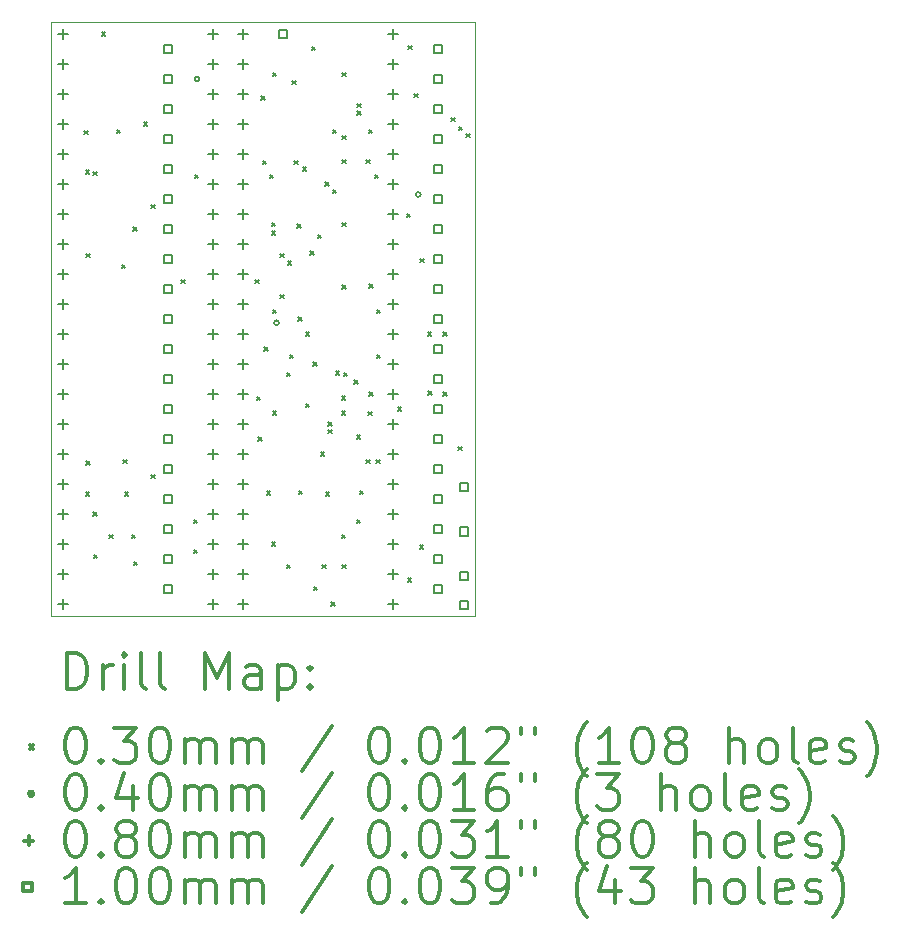
<source format=gbr>
%FSLAX45Y45*%
G04 Gerber Fmt 4.5, Leading zero omitted, Abs format (unit mm)*
G04 Created by KiCad (PCBNEW (5.1.5)-3) date 2020-05-12 20:02:41*
%MOMM*%
%LPD*%
G04 APERTURE LIST*
%TA.AperFunction,Profile*%
%ADD10C,0.050000*%
%TD*%
%ADD11C,0.200000*%
%ADD12C,0.300000*%
G04 APERTURE END LIST*
D10*
X7302500Y-8483600D02*
X7302500Y-8362950D01*
X3708400Y-8483600D02*
X3708400Y-3454400D01*
X3708400Y-8483600D02*
X7302500Y-8483600D01*
X7302500Y-3454400D02*
X7302500Y-8362950D01*
X3708400Y-3454400D02*
X7302500Y-3454400D01*
D11*
X3991850Y-4372850D02*
X4021850Y-4402850D01*
X4021850Y-4372850D02*
X3991850Y-4402850D01*
X4004550Y-4709400D02*
X4034550Y-4739400D01*
X4034550Y-4709400D02*
X4004550Y-4739400D01*
X4004550Y-7433550D02*
X4034550Y-7463550D01*
X4034550Y-7433550D02*
X4004550Y-7463550D01*
X4006400Y-5417000D02*
X4036400Y-5447000D01*
X4036400Y-5417000D02*
X4006400Y-5447000D01*
X4006400Y-7171350D02*
X4036400Y-7201350D01*
X4036400Y-7171350D02*
X4006400Y-7201350D01*
X4068050Y-4722100D02*
X4098050Y-4752100D01*
X4098050Y-4722100D02*
X4068050Y-4752100D01*
X4068050Y-7605000D02*
X4098050Y-7635000D01*
X4098050Y-7605000D02*
X4068050Y-7635000D01*
X4071400Y-7963500D02*
X4101400Y-7993500D01*
X4101400Y-7963500D02*
X4071400Y-7993500D01*
X4137900Y-3541000D02*
X4167900Y-3571000D01*
X4167900Y-3541000D02*
X4137900Y-3571000D01*
X4201400Y-7795500D02*
X4231400Y-7825500D01*
X4231400Y-7795500D02*
X4201400Y-7825500D01*
X4264900Y-4366500D02*
X4294900Y-4396500D01*
X4294900Y-4366500D02*
X4264900Y-4396500D01*
X4309350Y-5509500D02*
X4339350Y-5539500D01*
X4339350Y-5509500D02*
X4309350Y-5539500D01*
X4322050Y-7160500D02*
X4352050Y-7190500D01*
X4352050Y-7160500D02*
X4322050Y-7190500D01*
X4334750Y-7433550D02*
X4364750Y-7463550D01*
X4364750Y-7433550D02*
X4334750Y-7463550D01*
X4391900Y-7795500D02*
X4421900Y-7825500D01*
X4421900Y-7795500D02*
X4391900Y-7825500D01*
X4404600Y-5192000D02*
X4434600Y-5222000D01*
X4434600Y-5192000D02*
X4404600Y-5222000D01*
X4410950Y-8024100D02*
X4440950Y-8054100D01*
X4440950Y-8024100D02*
X4410950Y-8054100D01*
X4493500Y-4303000D02*
X4523500Y-4333000D01*
X4523500Y-4303000D02*
X4493500Y-4333000D01*
X4557300Y-5001800D02*
X4587300Y-5031800D01*
X4587300Y-5001800D02*
X4557300Y-5031800D01*
X4557300Y-7287200D02*
X4587300Y-7317200D01*
X4587300Y-7287200D02*
X4557300Y-7317200D01*
X4811000Y-5636500D02*
X4841000Y-5666500D01*
X4841000Y-5636500D02*
X4811000Y-5666500D01*
X4918950Y-7668500D02*
X4948950Y-7698500D01*
X4948950Y-7668500D02*
X4918950Y-7698500D01*
X4918950Y-7922500D02*
X4948950Y-7952500D01*
X4948950Y-7922500D02*
X4918950Y-7952500D01*
X4925300Y-4747500D02*
X4955300Y-4777500D01*
X4955300Y-4747500D02*
X4925300Y-4777500D01*
X5439650Y-5636500D02*
X5469650Y-5666500D01*
X5469650Y-5636500D02*
X5439650Y-5666500D01*
X5452350Y-6627100D02*
X5482350Y-6657100D01*
X5482350Y-6627100D02*
X5452350Y-6657100D01*
X5463414Y-6968364D02*
X5493414Y-6998364D01*
X5493414Y-6968364D02*
X5463414Y-6998364D01*
X5490450Y-4080750D02*
X5520450Y-4110750D01*
X5520450Y-4080750D02*
X5490450Y-4110750D01*
X5503150Y-4626850D02*
X5533150Y-4656850D01*
X5533150Y-4626850D02*
X5503150Y-4656850D01*
X5515850Y-6208000D02*
X5545850Y-6238000D01*
X5545850Y-6208000D02*
X5515850Y-6238000D01*
X5534900Y-7427200D02*
X5564900Y-7457200D01*
X5564900Y-7427200D02*
X5534900Y-7457200D01*
X5562350Y-4745450D02*
X5592350Y-4775450D01*
X5592350Y-4745450D02*
X5562350Y-4775450D01*
X5579350Y-5153900D02*
X5609350Y-5183900D01*
X5609350Y-5153900D02*
X5579350Y-5183900D01*
X5579350Y-5223750D02*
X5609350Y-5253750D01*
X5609350Y-5223750D02*
X5579350Y-5253750D01*
X5579350Y-7859000D02*
X5609350Y-7889000D01*
X5609350Y-7859000D02*
X5579350Y-7889000D01*
X5585700Y-3883900D02*
X5615700Y-3913900D01*
X5615700Y-3883900D02*
X5585700Y-3913900D01*
X5585700Y-5890500D02*
X5615700Y-5920500D01*
X5615700Y-5890500D02*
X5585700Y-5920500D01*
X5585700Y-6747750D02*
X5615700Y-6777750D01*
X5615700Y-6747750D02*
X5585700Y-6777750D01*
X5649200Y-5414250D02*
X5679200Y-5444250D01*
X5679200Y-5414250D02*
X5649200Y-5444250D01*
X5649200Y-5763500D02*
X5679200Y-5793500D01*
X5679200Y-5763500D02*
X5649200Y-5793500D01*
X5706350Y-6423900D02*
X5736350Y-6453900D01*
X5736350Y-6423900D02*
X5706350Y-6453900D01*
X5706350Y-8049500D02*
X5736350Y-8079500D01*
X5736350Y-8049500D02*
X5706350Y-8079500D01*
X5712700Y-5477750D02*
X5742700Y-5507750D01*
X5742700Y-5477750D02*
X5712700Y-5507750D01*
X5731750Y-6271500D02*
X5761750Y-6301500D01*
X5761750Y-6271500D02*
X5731750Y-6301500D01*
X5751360Y-3950000D02*
X5781360Y-3980000D01*
X5781360Y-3950000D02*
X5751360Y-3980000D01*
X5769850Y-4626850D02*
X5799850Y-4656850D01*
X5799850Y-4626850D02*
X5769850Y-4656850D01*
X5795250Y-5166600D02*
X5825250Y-5196600D01*
X5825250Y-5166600D02*
X5795250Y-5196600D01*
X5801600Y-5954000D02*
X5831600Y-5984000D01*
X5831600Y-5954000D02*
X5801600Y-5984000D01*
X5807950Y-7420850D02*
X5837950Y-7450850D01*
X5837950Y-7420850D02*
X5807950Y-7450850D01*
X5839700Y-4684000D02*
X5869700Y-4714000D01*
X5869700Y-4684000D02*
X5839700Y-4714000D01*
X5865100Y-6081000D02*
X5895100Y-6111000D01*
X5895100Y-6081000D02*
X5865100Y-6111000D01*
X5865100Y-6684250D02*
X5895100Y-6714250D01*
X5895100Y-6684250D02*
X5865100Y-6714250D01*
X5903398Y-5395002D02*
X5933398Y-5425002D01*
X5933398Y-5395002D02*
X5903398Y-5425002D01*
X5915900Y-3661650D02*
X5945900Y-3691650D01*
X5945900Y-3661650D02*
X5915900Y-3691650D01*
X5928600Y-6335000D02*
X5958600Y-6365000D01*
X5958600Y-6335000D02*
X5928600Y-6365000D01*
X5934950Y-8233650D02*
X5964950Y-8263650D01*
X5964950Y-8233650D02*
X5934950Y-8263650D01*
X5966700Y-5255500D02*
X5996700Y-5285500D01*
X5996700Y-5255500D02*
X5966700Y-5285500D01*
X5992100Y-7097000D02*
X6022100Y-7127000D01*
X6022100Y-7097000D02*
X5992100Y-7127000D01*
X6004800Y-8049500D02*
X6034800Y-8079500D01*
X6034800Y-8049500D02*
X6004800Y-8079500D01*
X6030200Y-4811000D02*
X6060200Y-4841000D01*
X6060200Y-4811000D02*
X6030200Y-4841000D01*
X6036550Y-7433550D02*
X6066550Y-7463550D01*
X6066550Y-7433550D02*
X6036550Y-7463550D01*
X6055600Y-6843000D02*
X6085600Y-6873000D01*
X6085600Y-6843000D02*
X6055600Y-6873000D01*
X6055600Y-6906401D02*
X6085600Y-6936401D01*
X6085600Y-6906401D02*
X6055600Y-6936401D01*
X6081000Y-8367000D02*
X6111000Y-8397000D01*
X6111000Y-8367000D02*
X6081000Y-8397000D01*
X6093700Y-4366700D02*
X6123700Y-4396700D01*
X6123700Y-4366700D02*
X6093700Y-4396700D01*
X6093700Y-4874500D02*
X6123700Y-4904500D01*
X6123700Y-4874500D02*
X6093700Y-4904500D01*
X6119001Y-6411200D02*
X6149001Y-6441200D01*
X6149001Y-6411200D02*
X6119001Y-6441200D01*
X6169900Y-6620750D02*
X6199900Y-6650750D01*
X6199900Y-6620750D02*
X6169900Y-6650750D01*
X6169900Y-6747750D02*
X6199900Y-6777750D01*
X6199900Y-6747750D02*
X6169900Y-6777750D01*
X6169900Y-7795500D02*
X6199900Y-7825500D01*
X6199900Y-7795500D02*
X6169900Y-7825500D01*
X6176250Y-3883900D02*
X6206250Y-3913900D01*
X6206250Y-3883900D02*
X6176250Y-3913900D01*
X6176250Y-4417300D02*
X6206250Y-4447300D01*
X6206250Y-4417300D02*
X6176250Y-4447300D01*
X6176250Y-4620500D02*
X6206250Y-4650500D01*
X6206250Y-4620500D02*
X6176250Y-4650500D01*
X6176250Y-5153900D02*
X6206250Y-5183900D01*
X6206250Y-5153900D02*
X6176250Y-5183900D01*
X6176250Y-5680950D02*
X6206250Y-5710950D01*
X6206250Y-5680950D02*
X6176250Y-5710950D01*
X6176250Y-8049500D02*
X6206250Y-8079500D01*
X6206250Y-8049500D02*
X6176250Y-8079500D01*
X6188950Y-6423900D02*
X6218950Y-6453900D01*
X6218950Y-6423900D02*
X6188950Y-6453900D01*
X6277850Y-6487400D02*
X6307850Y-6517400D01*
X6307850Y-6487400D02*
X6277850Y-6517400D01*
X6296900Y-6950950D02*
X6326900Y-6980950D01*
X6326900Y-6950950D02*
X6296900Y-6980950D01*
X6296900Y-7668500D02*
X6326900Y-7698500D01*
X6326900Y-7668500D02*
X6296900Y-7698500D01*
X6303250Y-4144250D02*
X6333250Y-4174250D01*
X6333250Y-4144250D02*
X6303250Y-4174250D01*
X6303250Y-4207750D02*
X6333250Y-4237750D01*
X6333250Y-4207750D02*
X6303250Y-4237750D01*
X6322300Y-7420850D02*
X6352300Y-7450850D01*
X6352300Y-7420850D02*
X6322300Y-7450850D01*
X6379450Y-4620500D02*
X6409450Y-4650500D01*
X6409450Y-4620500D02*
X6379450Y-4650500D01*
X6379450Y-7160500D02*
X6409450Y-7190500D01*
X6409450Y-7160500D02*
X6379450Y-7190500D01*
X6397000Y-6754100D02*
X6427000Y-6784100D01*
X6427000Y-6754100D02*
X6397000Y-6784100D01*
X6398500Y-4366500D02*
X6428500Y-4396500D01*
X6428500Y-4366500D02*
X6398500Y-4396500D01*
X6404850Y-5673490D02*
X6434850Y-5703490D01*
X6434850Y-5673490D02*
X6404850Y-5703490D01*
X6404850Y-6589000D02*
X6434850Y-6619000D01*
X6434850Y-6589000D02*
X6404850Y-6619000D01*
X6449300Y-4747500D02*
X6479300Y-4777500D01*
X6479300Y-4747500D02*
X6449300Y-4777500D01*
X6464050Y-7158450D02*
X6494050Y-7188450D01*
X6494050Y-7158450D02*
X6464050Y-7188450D01*
X6467300Y-6272550D02*
X6497300Y-6302550D01*
X6497300Y-6272550D02*
X6467300Y-6302550D01*
X6468350Y-5890500D02*
X6498350Y-5920500D01*
X6498350Y-5890500D02*
X6468350Y-5920500D01*
X6647420Y-6716000D02*
X6677420Y-6746000D01*
X6677420Y-6716000D02*
X6647420Y-6746000D01*
X6722350Y-5077700D02*
X6752350Y-5107700D01*
X6752350Y-5077700D02*
X6722350Y-5107700D01*
X6728700Y-8163800D02*
X6758700Y-8193800D01*
X6758700Y-8163800D02*
X6728700Y-8193800D01*
X6735050Y-3655300D02*
X6765050Y-3685300D01*
X6765050Y-3655300D02*
X6735050Y-3685300D01*
X6785850Y-4061700D02*
X6815850Y-4091700D01*
X6815850Y-4061700D02*
X6785850Y-4091700D01*
X6830300Y-7884400D02*
X6860300Y-7914400D01*
X6860300Y-7884400D02*
X6830300Y-7914400D01*
X6835600Y-5459750D02*
X6865600Y-5489750D01*
X6865600Y-5459750D02*
X6835600Y-5489750D01*
X6899180Y-6080700D02*
X6929180Y-6110700D01*
X6929180Y-6080700D02*
X6899180Y-6110700D01*
X6901642Y-6581158D02*
X6931642Y-6611158D01*
X6931642Y-6581158D02*
X6901642Y-6611158D01*
X7031260Y-6588700D02*
X7061260Y-6618700D01*
X7061260Y-6588700D02*
X7031260Y-6618700D01*
X7032008Y-6082492D02*
X7062008Y-6112492D01*
X7062008Y-6082492D02*
X7032008Y-6112492D01*
X7096700Y-4265200D02*
X7126700Y-4295200D01*
X7126700Y-4265200D02*
X7096700Y-4295200D01*
X7157960Y-7048740D02*
X7187960Y-7078740D01*
X7187960Y-7048740D02*
X7157960Y-7078740D01*
X7160101Y-4341499D02*
X7190101Y-4371499D01*
X7190101Y-4341499D02*
X7160101Y-4371499D01*
X7223502Y-4398748D02*
X7253502Y-4428748D01*
X7253502Y-4398748D02*
X7223502Y-4428748D01*
X4966650Y-3937000D02*
G75*
G03X4966650Y-3937000I-20000J0D01*
G01*
X5639750Y-6000750D02*
G75*
G03X5639750Y-6000750I-20000J0D01*
G01*
X6839900Y-4914900D02*
G75*
G03X6839900Y-4914900I-20000J0D01*
G01*
X3810000Y-3516000D02*
X3810000Y-3596000D01*
X3770000Y-3556000D02*
X3850000Y-3556000D01*
X3810000Y-3770000D02*
X3810000Y-3850000D01*
X3770000Y-3810000D02*
X3850000Y-3810000D01*
X3810000Y-4024000D02*
X3810000Y-4104000D01*
X3770000Y-4064000D02*
X3850000Y-4064000D01*
X3810000Y-4278000D02*
X3810000Y-4358000D01*
X3770000Y-4318000D02*
X3850000Y-4318000D01*
X3810000Y-4532000D02*
X3810000Y-4612000D01*
X3770000Y-4572000D02*
X3850000Y-4572000D01*
X3810000Y-4786000D02*
X3810000Y-4866000D01*
X3770000Y-4826000D02*
X3850000Y-4826000D01*
X3810000Y-5040000D02*
X3810000Y-5120000D01*
X3770000Y-5080000D02*
X3850000Y-5080000D01*
X3810000Y-5294000D02*
X3810000Y-5374000D01*
X3770000Y-5334000D02*
X3850000Y-5334000D01*
X3810000Y-5548000D02*
X3810000Y-5628000D01*
X3770000Y-5588000D02*
X3850000Y-5588000D01*
X3810000Y-5802000D02*
X3810000Y-5882000D01*
X3770000Y-5842000D02*
X3850000Y-5842000D01*
X3810000Y-6056000D02*
X3810000Y-6136000D01*
X3770000Y-6096000D02*
X3850000Y-6096000D01*
X3810000Y-6310000D02*
X3810000Y-6390000D01*
X3770000Y-6350000D02*
X3850000Y-6350000D01*
X3810000Y-6564000D02*
X3810000Y-6644000D01*
X3770000Y-6604000D02*
X3850000Y-6604000D01*
X3810000Y-6818000D02*
X3810000Y-6898000D01*
X3770000Y-6858000D02*
X3850000Y-6858000D01*
X3810000Y-7072000D02*
X3810000Y-7152000D01*
X3770000Y-7112000D02*
X3850000Y-7112000D01*
X3810000Y-7326000D02*
X3810000Y-7406000D01*
X3770000Y-7366000D02*
X3850000Y-7366000D01*
X3810000Y-7580000D02*
X3810000Y-7660000D01*
X3770000Y-7620000D02*
X3850000Y-7620000D01*
X3810000Y-7834000D02*
X3810000Y-7914000D01*
X3770000Y-7874000D02*
X3850000Y-7874000D01*
X3810000Y-8088000D02*
X3810000Y-8168000D01*
X3770000Y-8128000D02*
X3850000Y-8128000D01*
X3810000Y-8342000D02*
X3810000Y-8422000D01*
X3770000Y-8382000D02*
X3850000Y-8382000D01*
X5334000Y-3516000D02*
X5334000Y-3596000D01*
X5294000Y-3556000D02*
X5374000Y-3556000D01*
X5334000Y-3770000D02*
X5334000Y-3850000D01*
X5294000Y-3810000D02*
X5374000Y-3810000D01*
X5334000Y-4024000D02*
X5334000Y-4104000D01*
X5294000Y-4064000D02*
X5374000Y-4064000D01*
X5334000Y-4278000D02*
X5334000Y-4358000D01*
X5294000Y-4318000D02*
X5374000Y-4318000D01*
X5334000Y-4532000D02*
X5334000Y-4612000D01*
X5294000Y-4572000D02*
X5374000Y-4572000D01*
X5334000Y-4786000D02*
X5334000Y-4866000D01*
X5294000Y-4826000D02*
X5374000Y-4826000D01*
X5334000Y-5040000D02*
X5334000Y-5120000D01*
X5294000Y-5080000D02*
X5374000Y-5080000D01*
X5334000Y-5294000D02*
X5334000Y-5374000D01*
X5294000Y-5334000D02*
X5374000Y-5334000D01*
X5334000Y-5548000D02*
X5334000Y-5628000D01*
X5294000Y-5588000D02*
X5374000Y-5588000D01*
X5334000Y-5802000D02*
X5334000Y-5882000D01*
X5294000Y-5842000D02*
X5374000Y-5842000D01*
X5334000Y-6056000D02*
X5334000Y-6136000D01*
X5294000Y-6096000D02*
X5374000Y-6096000D01*
X5334000Y-6310000D02*
X5334000Y-6390000D01*
X5294000Y-6350000D02*
X5374000Y-6350000D01*
X5334000Y-6564000D02*
X5334000Y-6644000D01*
X5294000Y-6604000D02*
X5374000Y-6604000D01*
X5334000Y-6818000D02*
X5334000Y-6898000D01*
X5294000Y-6858000D02*
X5374000Y-6858000D01*
X5334000Y-7072000D02*
X5334000Y-7152000D01*
X5294000Y-7112000D02*
X5374000Y-7112000D01*
X5334000Y-7326000D02*
X5334000Y-7406000D01*
X5294000Y-7366000D02*
X5374000Y-7366000D01*
X5334000Y-7580000D02*
X5334000Y-7660000D01*
X5294000Y-7620000D02*
X5374000Y-7620000D01*
X5334000Y-7834000D02*
X5334000Y-7914000D01*
X5294000Y-7874000D02*
X5374000Y-7874000D01*
X5334000Y-8088000D02*
X5334000Y-8168000D01*
X5294000Y-8128000D02*
X5374000Y-8128000D01*
X5334000Y-8342000D02*
X5334000Y-8422000D01*
X5294000Y-8382000D02*
X5374000Y-8382000D01*
X5080000Y-3516000D02*
X5080000Y-3596000D01*
X5040000Y-3556000D02*
X5120000Y-3556000D01*
X5080000Y-3770000D02*
X5080000Y-3850000D01*
X5040000Y-3810000D02*
X5120000Y-3810000D01*
X5080000Y-4024000D02*
X5080000Y-4104000D01*
X5040000Y-4064000D02*
X5120000Y-4064000D01*
X5080000Y-4278000D02*
X5080000Y-4358000D01*
X5040000Y-4318000D02*
X5120000Y-4318000D01*
X5080000Y-4532000D02*
X5080000Y-4612000D01*
X5040000Y-4572000D02*
X5120000Y-4572000D01*
X5080000Y-4786000D02*
X5080000Y-4866000D01*
X5040000Y-4826000D02*
X5120000Y-4826000D01*
X5080000Y-5040000D02*
X5080000Y-5120000D01*
X5040000Y-5080000D02*
X5120000Y-5080000D01*
X5080000Y-5294000D02*
X5080000Y-5374000D01*
X5040000Y-5334000D02*
X5120000Y-5334000D01*
X5080000Y-5548000D02*
X5080000Y-5628000D01*
X5040000Y-5588000D02*
X5120000Y-5588000D01*
X5080000Y-5802000D02*
X5080000Y-5882000D01*
X5040000Y-5842000D02*
X5120000Y-5842000D01*
X5080000Y-6056000D02*
X5080000Y-6136000D01*
X5040000Y-6096000D02*
X5120000Y-6096000D01*
X5080000Y-6310000D02*
X5080000Y-6390000D01*
X5040000Y-6350000D02*
X5120000Y-6350000D01*
X5080000Y-6564000D02*
X5080000Y-6644000D01*
X5040000Y-6604000D02*
X5120000Y-6604000D01*
X5080000Y-6818000D02*
X5080000Y-6898000D01*
X5040000Y-6858000D02*
X5120000Y-6858000D01*
X5080000Y-7072000D02*
X5080000Y-7152000D01*
X5040000Y-7112000D02*
X5120000Y-7112000D01*
X5080000Y-7326000D02*
X5080000Y-7406000D01*
X5040000Y-7366000D02*
X5120000Y-7366000D01*
X5080000Y-7580000D02*
X5080000Y-7660000D01*
X5040000Y-7620000D02*
X5120000Y-7620000D01*
X5080000Y-7834000D02*
X5080000Y-7914000D01*
X5040000Y-7874000D02*
X5120000Y-7874000D01*
X5080000Y-8088000D02*
X5080000Y-8168000D01*
X5040000Y-8128000D02*
X5120000Y-8128000D01*
X5080000Y-8342000D02*
X5080000Y-8422000D01*
X5040000Y-8382000D02*
X5120000Y-8382000D01*
X6604000Y-3516000D02*
X6604000Y-3596000D01*
X6564000Y-3556000D02*
X6644000Y-3556000D01*
X6604000Y-3770000D02*
X6604000Y-3850000D01*
X6564000Y-3810000D02*
X6644000Y-3810000D01*
X6604000Y-4024000D02*
X6604000Y-4104000D01*
X6564000Y-4064000D02*
X6644000Y-4064000D01*
X6604000Y-4278000D02*
X6604000Y-4358000D01*
X6564000Y-4318000D02*
X6644000Y-4318000D01*
X6604000Y-4532000D02*
X6604000Y-4612000D01*
X6564000Y-4572000D02*
X6644000Y-4572000D01*
X6604000Y-4786000D02*
X6604000Y-4866000D01*
X6564000Y-4826000D02*
X6644000Y-4826000D01*
X6604000Y-5040000D02*
X6604000Y-5120000D01*
X6564000Y-5080000D02*
X6644000Y-5080000D01*
X6604000Y-5294000D02*
X6604000Y-5374000D01*
X6564000Y-5334000D02*
X6644000Y-5334000D01*
X6604000Y-5548000D02*
X6604000Y-5628000D01*
X6564000Y-5588000D02*
X6644000Y-5588000D01*
X6604000Y-5802000D02*
X6604000Y-5882000D01*
X6564000Y-5842000D02*
X6644000Y-5842000D01*
X6604000Y-6056000D02*
X6604000Y-6136000D01*
X6564000Y-6096000D02*
X6644000Y-6096000D01*
X6604000Y-6310000D02*
X6604000Y-6390000D01*
X6564000Y-6350000D02*
X6644000Y-6350000D01*
X6604000Y-6564000D02*
X6604000Y-6644000D01*
X6564000Y-6604000D02*
X6644000Y-6604000D01*
X6604000Y-6818000D02*
X6604000Y-6898000D01*
X6564000Y-6858000D02*
X6644000Y-6858000D01*
X6604000Y-7072000D02*
X6604000Y-7152000D01*
X6564000Y-7112000D02*
X6644000Y-7112000D01*
X6604000Y-7326000D02*
X6604000Y-7406000D01*
X6564000Y-7366000D02*
X6644000Y-7366000D01*
X6604000Y-7580000D02*
X6604000Y-7660000D01*
X6564000Y-7620000D02*
X6644000Y-7620000D01*
X6604000Y-7834000D02*
X6604000Y-7914000D01*
X6564000Y-7874000D02*
X6644000Y-7874000D01*
X6604000Y-8088000D02*
X6604000Y-8168000D01*
X6564000Y-8128000D02*
X6644000Y-8128000D01*
X6604000Y-8342000D02*
X6604000Y-8422000D01*
X6564000Y-8382000D02*
X6644000Y-8382000D01*
X7243876Y-7424216D02*
X7243876Y-7353504D01*
X7173164Y-7353504D01*
X7173164Y-7424216D01*
X7243876Y-7424216D01*
X7243876Y-8424976D02*
X7243876Y-8354264D01*
X7173164Y-8354264D01*
X7173164Y-8424976D01*
X7243876Y-8424976D01*
X5712256Y-3591356D02*
X5712256Y-3520644D01*
X5641544Y-3520644D01*
X5641544Y-3591356D01*
X5712256Y-3591356D01*
X7243876Y-8178596D02*
X7243876Y-8107884D01*
X7173164Y-8107884D01*
X7173164Y-8178596D01*
X7243876Y-8178596D01*
X4734356Y-3718356D02*
X4734356Y-3647644D01*
X4663644Y-3647644D01*
X4663644Y-3718356D01*
X4734356Y-3718356D01*
X4734356Y-3972356D02*
X4734356Y-3901644D01*
X4663644Y-3901644D01*
X4663644Y-3972356D01*
X4734356Y-3972356D01*
X4734356Y-4226356D02*
X4734356Y-4155644D01*
X4663644Y-4155644D01*
X4663644Y-4226356D01*
X4734356Y-4226356D01*
X4734356Y-4480356D02*
X4734356Y-4409644D01*
X4663644Y-4409644D01*
X4663644Y-4480356D01*
X4734356Y-4480356D01*
X4734356Y-4734356D02*
X4734356Y-4663644D01*
X4663644Y-4663644D01*
X4663644Y-4734356D01*
X4734356Y-4734356D01*
X4734356Y-4988356D02*
X4734356Y-4917644D01*
X4663644Y-4917644D01*
X4663644Y-4988356D01*
X4734356Y-4988356D01*
X4734356Y-5242356D02*
X4734356Y-5171644D01*
X4663644Y-5171644D01*
X4663644Y-5242356D01*
X4734356Y-5242356D01*
X4734356Y-5496356D02*
X4734356Y-5425644D01*
X4663644Y-5425644D01*
X4663644Y-5496356D01*
X4734356Y-5496356D01*
X4734356Y-5750356D02*
X4734356Y-5679644D01*
X4663644Y-5679644D01*
X4663644Y-5750356D01*
X4734356Y-5750356D01*
X4734356Y-6004356D02*
X4734356Y-5933644D01*
X4663644Y-5933644D01*
X4663644Y-6004356D01*
X4734356Y-6004356D01*
X4734356Y-6258356D02*
X4734356Y-6187644D01*
X4663644Y-6187644D01*
X4663644Y-6258356D01*
X4734356Y-6258356D01*
X4734356Y-6512356D02*
X4734356Y-6441644D01*
X4663644Y-6441644D01*
X4663644Y-6512356D01*
X4734356Y-6512356D01*
X4734356Y-6766356D02*
X4734356Y-6695644D01*
X4663644Y-6695644D01*
X4663644Y-6766356D01*
X4734356Y-6766356D01*
X4734356Y-7020356D02*
X4734356Y-6949644D01*
X4663644Y-6949644D01*
X4663644Y-7020356D01*
X4734356Y-7020356D01*
X4734356Y-7274356D02*
X4734356Y-7203644D01*
X4663644Y-7203644D01*
X4663644Y-7274356D01*
X4734356Y-7274356D01*
X4734356Y-7528356D02*
X4734356Y-7457644D01*
X4663644Y-7457644D01*
X4663644Y-7528356D01*
X4734356Y-7528356D01*
X4734356Y-7782356D02*
X4734356Y-7711644D01*
X4663644Y-7711644D01*
X4663644Y-7782356D01*
X4734356Y-7782356D01*
X4734356Y-8036356D02*
X4734356Y-7965644D01*
X4663644Y-7965644D01*
X4663644Y-8036356D01*
X4734356Y-8036356D01*
X4734356Y-8290356D02*
X4734356Y-8219644D01*
X4663644Y-8219644D01*
X4663644Y-8290356D01*
X4734356Y-8290356D01*
X7020356Y-3718356D02*
X7020356Y-3647644D01*
X6949644Y-3647644D01*
X6949644Y-3718356D01*
X7020356Y-3718356D01*
X7020356Y-3972356D02*
X7020356Y-3901644D01*
X6949644Y-3901644D01*
X6949644Y-3972356D01*
X7020356Y-3972356D01*
X7020356Y-4226356D02*
X7020356Y-4155644D01*
X6949644Y-4155644D01*
X6949644Y-4226356D01*
X7020356Y-4226356D01*
X7020356Y-4480356D02*
X7020356Y-4409644D01*
X6949644Y-4409644D01*
X6949644Y-4480356D01*
X7020356Y-4480356D01*
X7020356Y-4734356D02*
X7020356Y-4663644D01*
X6949644Y-4663644D01*
X6949644Y-4734356D01*
X7020356Y-4734356D01*
X7020356Y-4988356D02*
X7020356Y-4917644D01*
X6949644Y-4917644D01*
X6949644Y-4988356D01*
X7020356Y-4988356D01*
X7020356Y-5242356D02*
X7020356Y-5171644D01*
X6949644Y-5171644D01*
X6949644Y-5242356D01*
X7020356Y-5242356D01*
X7020356Y-5496356D02*
X7020356Y-5425644D01*
X6949644Y-5425644D01*
X6949644Y-5496356D01*
X7020356Y-5496356D01*
X7020356Y-5750356D02*
X7020356Y-5679644D01*
X6949644Y-5679644D01*
X6949644Y-5750356D01*
X7020356Y-5750356D01*
X7020356Y-6004356D02*
X7020356Y-5933644D01*
X6949644Y-5933644D01*
X6949644Y-6004356D01*
X7020356Y-6004356D01*
X7020356Y-6258356D02*
X7020356Y-6187644D01*
X6949644Y-6187644D01*
X6949644Y-6258356D01*
X7020356Y-6258356D01*
X7020356Y-6512356D02*
X7020356Y-6441644D01*
X6949644Y-6441644D01*
X6949644Y-6512356D01*
X7020356Y-6512356D01*
X7020356Y-6766356D02*
X7020356Y-6695644D01*
X6949644Y-6695644D01*
X6949644Y-6766356D01*
X7020356Y-6766356D01*
X7020356Y-7020356D02*
X7020356Y-6949644D01*
X6949644Y-6949644D01*
X6949644Y-7020356D01*
X7020356Y-7020356D01*
X7020356Y-7274356D02*
X7020356Y-7203644D01*
X6949644Y-7203644D01*
X6949644Y-7274356D01*
X7020356Y-7274356D01*
X7020356Y-7528356D02*
X7020356Y-7457644D01*
X6949644Y-7457644D01*
X6949644Y-7528356D01*
X7020356Y-7528356D01*
X7020356Y-7782356D02*
X7020356Y-7711644D01*
X6949644Y-7711644D01*
X6949644Y-7782356D01*
X7020356Y-7782356D01*
X7020356Y-8036356D02*
X7020356Y-7965644D01*
X6949644Y-7965644D01*
X6949644Y-8036356D01*
X7020356Y-8036356D01*
X7020356Y-8290356D02*
X7020356Y-8219644D01*
X6949644Y-8219644D01*
X6949644Y-8290356D01*
X7020356Y-8290356D01*
X7243876Y-7802676D02*
X7243876Y-7731964D01*
X7173164Y-7731964D01*
X7173164Y-7802676D01*
X7243876Y-7802676D01*
D12*
X3846428Y-9097714D02*
X3846428Y-8797714D01*
X3917857Y-8797714D01*
X3960714Y-8812000D01*
X3989286Y-8840571D01*
X4003571Y-8869143D01*
X4017857Y-8926286D01*
X4017857Y-8969143D01*
X4003571Y-9026286D01*
X3989286Y-9054857D01*
X3960714Y-9083429D01*
X3917857Y-9097714D01*
X3846428Y-9097714D01*
X4146428Y-9097714D02*
X4146428Y-8897714D01*
X4146428Y-8954857D02*
X4160714Y-8926286D01*
X4175000Y-8912000D01*
X4203571Y-8897714D01*
X4232143Y-8897714D01*
X4332143Y-9097714D02*
X4332143Y-8897714D01*
X4332143Y-8797714D02*
X4317857Y-8812000D01*
X4332143Y-8826286D01*
X4346429Y-8812000D01*
X4332143Y-8797714D01*
X4332143Y-8826286D01*
X4517857Y-9097714D02*
X4489286Y-9083429D01*
X4475000Y-9054857D01*
X4475000Y-8797714D01*
X4675000Y-9097714D02*
X4646429Y-9083429D01*
X4632143Y-9054857D01*
X4632143Y-8797714D01*
X5017857Y-9097714D02*
X5017857Y-8797714D01*
X5117857Y-9012000D01*
X5217857Y-8797714D01*
X5217857Y-9097714D01*
X5489286Y-9097714D02*
X5489286Y-8940571D01*
X5475000Y-8912000D01*
X5446429Y-8897714D01*
X5389286Y-8897714D01*
X5360714Y-8912000D01*
X5489286Y-9083429D02*
X5460714Y-9097714D01*
X5389286Y-9097714D01*
X5360714Y-9083429D01*
X5346429Y-9054857D01*
X5346429Y-9026286D01*
X5360714Y-8997714D01*
X5389286Y-8983429D01*
X5460714Y-8983429D01*
X5489286Y-8969143D01*
X5632143Y-8897714D02*
X5632143Y-9197714D01*
X5632143Y-8912000D02*
X5660714Y-8897714D01*
X5717857Y-8897714D01*
X5746428Y-8912000D01*
X5760714Y-8926286D01*
X5775000Y-8954857D01*
X5775000Y-9040571D01*
X5760714Y-9069143D01*
X5746428Y-9083429D01*
X5717857Y-9097714D01*
X5660714Y-9097714D01*
X5632143Y-9083429D01*
X5903571Y-9069143D02*
X5917857Y-9083429D01*
X5903571Y-9097714D01*
X5889286Y-9083429D01*
X5903571Y-9069143D01*
X5903571Y-9097714D01*
X5903571Y-8912000D02*
X5917857Y-8926286D01*
X5903571Y-8940571D01*
X5889286Y-8926286D01*
X5903571Y-8912000D01*
X5903571Y-8940571D01*
X3530000Y-9577000D02*
X3560000Y-9607000D01*
X3560000Y-9577000D02*
X3530000Y-9607000D01*
X3903571Y-9427714D02*
X3932143Y-9427714D01*
X3960714Y-9442000D01*
X3975000Y-9456286D01*
X3989286Y-9484857D01*
X4003571Y-9542000D01*
X4003571Y-9613429D01*
X3989286Y-9670571D01*
X3975000Y-9699143D01*
X3960714Y-9713429D01*
X3932143Y-9727714D01*
X3903571Y-9727714D01*
X3875000Y-9713429D01*
X3860714Y-9699143D01*
X3846428Y-9670571D01*
X3832143Y-9613429D01*
X3832143Y-9542000D01*
X3846428Y-9484857D01*
X3860714Y-9456286D01*
X3875000Y-9442000D01*
X3903571Y-9427714D01*
X4132143Y-9699143D02*
X4146428Y-9713429D01*
X4132143Y-9727714D01*
X4117857Y-9713429D01*
X4132143Y-9699143D01*
X4132143Y-9727714D01*
X4246429Y-9427714D02*
X4432143Y-9427714D01*
X4332143Y-9542000D01*
X4375000Y-9542000D01*
X4403571Y-9556286D01*
X4417857Y-9570571D01*
X4432143Y-9599143D01*
X4432143Y-9670571D01*
X4417857Y-9699143D01*
X4403571Y-9713429D01*
X4375000Y-9727714D01*
X4289286Y-9727714D01*
X4260714Y-9713429D01*
X4246429Y-9699143D01*
X4617857Y-9427714D02*
X4646429Y-9427714D01*
X4675000Y-9442000D01*
X4689286Y-9456286D01*
X4703571Y-9484857D01*
X4717857Y-9542000D01*
X4717857Y-9613429D01*
X4703571Y-9670571D01*
X4689286Y-9699143D01*
X4675000Y-9713429D01*
X4646429Y-9727714D01*
X4617857Y-9727714D01*
X4589286Y-9713429D01*
X4575000Y-9699143D01*
X4560714Y-9670571D01*
X4546429Y-9613429D01*
X4546429Y-9542000D01*
X4560714Y-9484857D01*
X4575000Y-9456286D01*
X4589286Y-9442000D01*
X4617857Y-9427714D01*
X4846429Y-9727714D02*
X4846429Y-9527714D01*
X4846429Y-9556286D02*
X4860714Y-9542000D01*
X4889286Y-9527714D01*
X4932143Y-9527714D01*
X4960714Y-9542000D01*
X4975000Y-9570571D01*
X4975000Y-9727714D01*
X4975000Y-9570571D02*
X4989286Y-9542000D01*
X5017857Y-9527714D01*
X5060714Y-9527714D01*
X5089286Y-9542000D01*
X5103571Y-9570571D01*
X5103571Y-9727714D01*
X5246429Y-9727714D02*
X5246429Y-9527714D01*
X5246429Y-9556286D02*
X5260714Y-9542000D01*
X5289286Y-9527714D01*
X5332143Y-9527714D01*
X5360714Y-9542000D01*
X5375000Y-9570571D01*
X5375000Y-9727714D01*
X5375000Y-9570571D02*
X5389286Y-9542000D01*
X5417857Y-9527714D01*
X5460714Y-9527714D01*
X5489286Y-9542000D01*
X5503571Y-9570571D01*
X5503571Y-9727714D01*
X6089286Y-9413429D02*
X5832143Y-9799143D01*
X6475000Y-9427714D02*
X6503571Y-9427714D01*
X6532143Y-9442000D01*
X6546428Y-9456286D01*
X6560714Y-9484857D01*
X6575000Y-9542000D01*
X6575000Y-9613429D01*
X6560714Y-9670571D01*
X6546428Y-9699143D01*
X6532143Y-9713429D01*
X6503571Y-9727714D01*
X6475000Y-9727714D01*
X6446428Y-9713429D01*
X6432143Y-9699143D01*
X6417857Y-9670571D01*
X6403571Y-9613429D01*
X6403571Y-9542000D01*
X6417857Y-9484857D01*
X6432143Y-9456286D01*
X6446428Y-9442000D01*
X6475000Y-9427714D01*
X6703571Y-9699143D02*
X6717857Y-9713429D01*
X6703571Y-9727714D01*
X6689286Y-9713429D01*
X6703571Y-9699143D01*
X6703571Y-9727714D01*
X6903571Y-9427714D02*
X6932143Y-9427714D01*
X6960714Y-9442000D01*
X6975000Y-9456286D01*
X6989286Y-9484857D01*
X7003571Y-9542000D01*
X7003571Y-9613429D01*
X6989286Y-9670571D01*
X6975000Y-9699143D01*
X6960714Y-9713429D01*
X6932143Y-9727714D01*
X6903571Y-9727714D01*
X6875000Y-9713429D01*
X6860714Y-9699143D01*
X6846428Y-9670571D01*
X6832143Y-9613429D01*
X6832143Y-9542000D01*
X6846428Y-9484857D01*
X6860714Y-9456286D01*
X6875000Y-9442000D01*
X6903571Y-9427714D01*
X7289286Y-9727714D02*
X7117857Y-9727714D01*
X7203571Y-9727714D02*
X7203571Y-9427714D01*
X7175000Y-9470571D01*
X7146428Y-9499143D01*
X7117857Y-9513429D01*
X7403571Y-9456286D02*
X7417857Y-9442000D01*
X7446428Y-9427714D01*
X7517857Y-9427714D01*
X7546428Y-9442000D01*
X7560714Y-9456286D01*
X7575000Y-9484857D01*
X7575000Y-9513429D01*
X7560714Y-9556286D01*
X7389286Y-9727714D01*
X7575000Y-9727714D01*
X7689286Y-9427714D02*
X7689286Y-9484857D01*
X7803571Y-9427714D02*
X7803571Y-9484857D01*
X8246428Y-9842000D02*
X8232143Y-9827714D01*
X8203571Y-9784857D01*
X8189286Y-9756286D01*
X8175000Y-9713429D01*
X8160714Y-9642000D01*
X8160714Y-9584857D01*
X8175000Y-9513429D01*
X8189286Y-9470571D01*
X8203571Y-9442000D01*
X8232143Y-9399143D01*
X8246428Y-9384857D01*
X8517857Y-9727714D02*
X8346428Y-9727714D01*
X8432143Y-9727714D02*
X8432143Y-9427714D01*
X8403571Y-9470571D01*
X8375000Y-9499143D01*
X8346428Y-9513429D01*
X8703571Y-9427714D02*
X8732143Y-9427714D01*
X8760714Y-9442000D01*
X8775000Y-9456286D01*
X8789286Y-9484857D01*
X8803571Y-9542000D01*
X8803571Y-9613429D01*
X8789286Y-9670571D01*
X8775000Y-9699143D01*
X8760714Y-9713429D01*
X8732143Y-9727714D01*
X8703571Y-9727714D01*
X8675000Y-9713429D01*
X8660714Y-9699143D01*
X8646429Y-9670571D01*
X8632143Y-9613429D01*
X8632143Y-9542000D01*
X8646429Y-9484857D01*
X8660714Y-9456286D01*
X8675000Y-9442000D01*
X8703571Y-9427714D01*
X8975000Y-9556286D02*
X8946429Y-9542000D01*
X8932143Y-9527714D01*
X8917857Y-9499143D01*
X8917857Y-9484857D01*
X8932143Y-9456286D01*
X8946429Y-9442000D01*
X8975000Y-9427714D01*
X9032143Y-9427714D01*
X9060714Y-9442000D01*
X9075000Y-9456286D01*
X9089286Y-9484857D01*
X9089286Y-9499143D01*
X9075000Y-9527714D01*
X9060714Y-9542000D01*
X9032143Y-9556286D01*
X8975000Y-9556286D01*
X8946429Y-9570571D01*
X8932143Y-9584857D01*
X8917857Y-9613429D01*
X8917857Y-9670571D01*
X8932143Y-9699143D01*
X8946429Y-9713429D01*
X8975000Y-9727714D01*
X9032143Y-9727714D01*
X9060714Y-9713429D01*
X9075000Y-9699143D01*
X9089286Y-9670571D01*
X9089286Y-9613429D01*
X9075000Y-9584857D01*
X9060714Y-9570571D01*
X9032143Y-9556286D01*
X9446429Y-9727714D02*
X9446429Y-9427714D01*
X9575000Y-9727714D02*
X9575000Y-9570571D01*
X9560714Y-9542000D01*
X9532143Y-9527714D01*
X9489286Y-9527714D01*
X9460714Y-9542000D01*
X9446429Y-9556286D01*
X9760714Y-9727714D02*
X9732143Y-9713429D01*
X9717857Y-9699143D01*
X9703571Y-9670571D01*
X9703571Y-9584857D01*
X9717857Y-9556286D01*
X9732143Y-9542000D01*
X9760714Y-9527714D01*
X9803571Y-9527714D01*
X9832143Y-9542000D01*
X9846429Y-9556286D01*
X9860714Y-9584857D01*
X9860714Y-9670571D01*
X9846429Y-9699143D01*
X9832143Y-9713429D01*
X9803571Y-9727714D01*
X9760714Y-9727714D01*
X10032143Y-9727714D02*
X10003571Y-9713429D01*
X9989286Y-9684857D01*
X9989286Y-9427714D01*
X10260714Y-9713429D02*
X10232143Y-9727714D01*
X10175000Y-9727714D01*
X10146429Y-9713429D01*
X10132143Y-9684857D01*
X10132143Y-9570571D01*
X10146429Y-9542000D01*
X10175000Y-9527714D01*
X10232143Y-9527714D01*
X10260714Y-9542000D01*
X10275000Y-9570571D01*
X10275000Y-9599143D01*
X10132143Y-9627714D01*
X10389286Y-9713429D02*
X10417857Y-9727714D01*
X10475000Y-9727714D01*
X10503571Y-9713429D01*
X10517857Y-9684857D01*
X10517857Y-9670571D01*
X10503571Y-9642000D01*
X10475000Y-9627714D01*
X10432143Y-9627714D01*
X10403571Y-9613429D01*
X10389286Y-9584857D01*
X10389286Y-9570571D01*
X10403571Y-9542000D01*
X10432143Y-9527714D01*
X10475000Y-9527714D01*
X10503571Y-9542000D01*
X10617857Y-9842000D02*
X10632143Y-9827714D01*
X10660714Y-9784857D01*
X10675000Y-9756286D01*
X10689286Y-9713429D01*
X10703571Y-9642000D01*
X10703571Y-9584857D01*
X10689286Y-9513429D01*
X10675000Y-9470571D01*
X10660714Y-9442000D01*
X10632143Y-9399143D01*
X10617857Y-9384857D01*
X3560000Y-9988000D02*
G75*
G03X3560000Y-9988000I-20000J0D01*
G01*
X3903571Y-9823714D02*
X3932143Y-9823714D01*
X3960714Y-9838000D01*
X3975000Y-9852286D01*
X3989286Y-9880857D01*
X4003571Y-9938000D01*
X4003571Y-10009429D01*
X3989286Y-10066571D01*
X3975000Y-10095143D01*
X3960714Y-10109429D01*
X3932143Y-10123714D01*
X3903571Y-10123714D01*
X3875000Y-10109429D01*
X3860714Y-10095143D01*
X3846428Y-10066571D01*
X3832143Y-10009429D01*
X3832143Y-9938000D01*
X3846428Y-9880857D01*
X3860714Y-9852286D01*
X3875000Y-9838000D01*
X3903571Y-9823714D01*
X4132143Y-10095143D02*
X4146428Y-10109429D01*
X4132143Y-10123714D01*
X4117857Y-10109429D01*
X4132143Y-10095143D01*
X4132143Y-10123714D01*
X4403571Y-9923714D02*
X4403571Y-10123714D01*
X4332143Y-9809429D02*
X4260714Y-10023714D01*
X4446429Y-10023714D01*
X4617857Y-9823714D02*
X4646429Y-9823714D01*
X4675000Y-9838000D01*
X4689286Y-9852286D01*
X4703571Y-9880857D01*
X4717857Y-9938000D01*
X4717857Y-10009429D01*
X4703571Y-10066571D01*
X4689286Y-10095143D01*
X4675000Y-10109429D01*
X4646429Y-10123714D01*
X4617857Y-10123714D01*
X4589286Y-10109429D01*
X4575000Y-10095143D01*
X4560714Y-10066571D01*
X4546429Y-10009429D01*
X4546429Y-9938000D01*
X4560714Y-9880857D01*
X4575000Y-9852286D01*
X4589286Y-9838000D01*
X4617857Y-9823714D01*
X4846429Y-10123714D02*
X4846429Y-9923714D01*
X4846429Y-9952286D02*
X4860714Y-9938000D01*
X4889286Y-9923714D01*
X4932143Y-9923714D01*
X4960714Y-9938000D01*
X4975000Y-9966571D01*
X4975000Y-10123714D01*
X4975000Y-9966571D02*
X4989286Y-9938000D01*
X5017857Y-9923714D01*
X5060714Y-9923714D01*
X5089286Y-9938000D01*
X5103571Y-9966571D01*
X5103571Y-10123714D01*
X5246429Y-10123714D02*
X5246429Y-9923714D01*
X5246429Y-9952286D02*
X5260714Y-9938000D01*
X5289286Y-9923714D01*
X5332143Y-9923714D01*
X5360714Y-9938000D01*
X5375000Y-9966571D01*
X5375000Y-10123714D01*
X5375000Y-9966571D02*
X5389286Y-9938000D01*
X5417857Y-9923714D01*
X5460714Y-9923714D01*
X5489286Y-9938000D01*
X5503571Y-9966571D01*
X5503571Y-10123714D01*
X6089286Y-9809429D02*
X5832143Y-10195143D01*
X6475000Y-9823714D02*
X6503571Y-9823714D01*
X6532143Y-9838000D01*
X6546428Y-9852286D01*
X6560714Y-9880857D01*
X6575000Y-9938000D01*
X6575000Y-10009429D01*
X6560714Y-10066571D01*
X6546428Y-10095143D01*
X6532143Y-10109429D01*
X6503571Y-10123714D01*
X6475000Y-10123714D01*
X6446428Y-10109429D01*
X6432143Y-10095143D01*
X6417857Y-10066571D01*
X6403571Y-10009429D01*
X6403571Y-9938000D01*
X6417857Y-9880857D01*
X6432143Y-9852286D01*
X6446428Y-9838000D01*
X6475000Y-9823714D01*
X6703571Y-10095143D02*
X6717857Y-10109429D01*
X6703571Y-10123714D01*
X6689286Y-10109429D01*
X6703571Y-10095143D01*
X6703571Y-10123714D01*
X6903571Y-9823714D02*
X6932143Y-9823714D01*
X6960714Y-9838000D01*
X6975000Y-9852286D01*
X6989286Y-9880857D01*
X7003571Y-9938000D01*
X7003571Y-10009429D01*
X6989286Y-10066571D01*
X6975000Y-10095143D01*
X6960714Y-10109429D01*
X6932143Y-10123714D01*
X6903571Y-10123714D01*
X6875000Y-10109429D01*
X6860714Y-10095143D01*
X6846428Y-10066571D01*
X6832143Y-10009429D01*
X6832143Y-9938000D01*
X6846428Y-9880857D01*
X6860714Y-9852286D01*
X6875000Y-9838000D01*
X6903571Y-9823714D01*
X7289286Y-10123714D02*
X7117857Y-10123714D01*
X7203571Y-10123714D02*
X7203571Y-9823714D01*
X7175000Y-9866571D01*
X7146428Y-9895143D01*
X7117857Y-9909429D01*
X7546428Y-9823714D02*
X7489286Y-9823714D01*
X7460714Y-9838000D01*
X7446428Y-9852286D01*
X7417857Y-9895143D01*
X7403571Y-9952286D01*
X7403571Y-10066571D01*
X7417857Y-10095143D01*
X7432143Y-10109429D01*
X7460714Y-10123714D01*
X7517857Y-10123714D01*
X7546428Y-10109429D01*
X7560714Y-10095143D01*
X7575000Y-10066571D01*
X7575000Y-9995143D01*
X7560714Y-9966571D01*
X7546428Y-9952286D01*
X7517857Y-9938000D01*
X7460714Y-9938000D01*
X7432143Y-9952286D01*
X7417857Y-9966571D01*
X7403571Y-9995143D01*
X7689286Y-9823714D02*
X7689286Y-9880857D01*
X7803571Y-9823714D02*
X7803571Y-9880857D01*
X8246428Y-10238000D02*
X8232143Y-10223714D01*
X8203571Y-10180857D01*
X8189286Y-10152286D01*
X8175000Y-10109429D01*
X8160714Y-10038000D01*
X8160714Y-9980857D01*
X8175000Y-9909429D01*
X8189286Y-9866571D01*
X8203571Y-9838000D01*
X8232143Y-9795143D01*
X8246428Y-9780857D01*
X8332143Y-9823714D02*
X8517857Y-9823714D01*
X8417857Y-9938000D01*
X8460714Y-9938000D01*
X8489286Y-9952286D01*
X8503571Y-9966571D01*
X8517857Y-9995143D01*
X8517857Y-10066571D01*
X8503571Y-10095143D01*
X8489286Y-10109429D01*
X8460714Y-10123714D01*
X8375000Y-10123714D01*
X8346428Y-10109429D01*
X8332143Y-10095143D01*
X8875000Y-10123714D02*
X8875000Y-9823714D01*
X9003571Y-10123714D02*
X9003571Y-9966571D01*
X8989286Y-9938000D01*
X8960714Y-9923714D01*
X8917857Y-9923714D01*
X8889286Y-9938000D01*
X8875000Y-9952286D01*
X9189286Y-10123714D02*
X9160714Y-10109429D01*
X9146429Y-10095143D01*
X9132143Y-10066571D01*
X9132143Y-9980857D01*
X9146429Y-9952286D01*
X9160714Y-9938000D01*
X9189286Y-9923714D01*
X9232143Y-9923714D01*
X9260714Y-9938000D01*
X9275000Y-9952286D01*
X9289286Y-9980857D01*
X9289286Y-10066571D01*
X9275000Y-10095143D01*
X9260714Y-10109429D01*
X9232143Y-10123714D01*
X9189286Y-10123714D01*
X9460714Y-10123714D02*
X9432143Y-10109429D01*
X9417857Y-10080857D01*
X9417857Y-9823714D01*
X9689286Y-10109429D02*
X9660714Y-10123714D01*
X9603571Y-10123714D01*
X9575000Y-10109429D01*
X9560714Y-10080857D01*
X9560714Y-9966571D01*
X9575000Y-9938000D01*
X9603571Y-9923714D01*
X9660714Y-9923714D01*
X9689286Y-9938000D01*
X9703571Y-9966571D01*
X9703571Y-9995143D01*
X9560714Y-10023714D01*
X9817857Y-10109429D02*
X9846429Y-10123714D01*
X9903571Y-10123714D01*
X9932143Y-10109429D01*
X9946429Y-10080857D01*
X9946429Y-10066571D01*
X9932143Y-10038000D01*
X9903571Y-10023714D01*
X9860714Y-10023714D01*
X9832143Y-10009429D01*
X9817857Y-9980857D01*
X9817857Y-9966571D01*
X9832143Y-9938000D01*
X9860714Y-9923714D01*
X9903571Y-9923714D01*
X9932143Y-9938000D01*
X10046429Y-10238000D02*
X10060714Y-10223714D01*
X10089286Y-10180857D01*
X10103571Y-10152286D01*
X10117857Y-10109429D01*
X10132143Y-10038000D01*
X10132143Y-9980857D01*
X10117857Y-9909429D01*
X10103571Y-9866571D01*
X10089286Y-9838000D01*
X10060714Y-9795143D01*
X10046429Y-9780857D01*
X3520000Y-10344000D02*
X3520000Y-10424000D01*
X3480000Y-10384000D02*
X3560000Y-10384000D01*
X3903571Y-10219714D02*
X3932143Y-10219714D01*
X3960714Y-10234000D01*
X3975000Y-10248286D01*
X3989286Y-10276857D01*
X4003571Y-10334000D01*
X4003571Y-10405429D01*
X3989286Y-10462571D01*
X3975000Y-10491143D01*
X3960714Y-10505429D01*
X3932143Y-10519714D01*
X3903571Y-10519714D01*
X3875000Y-10505429D01*
X3860714Y-10491143D01*
X3846428Y-10462571D01*
X3832143Y-10405429D01*
X3832143Y-10334000D01*
X3846428Y-10276857D01*
X3860714Y-10248286D01*
X3875000Y-10234000D01*
X3903571Y-10219714D01*
X4132143Y-10491143D02*
X4146428Y-10505429D01*
X4132143Y-10519714D01*
X4117857Y-10505429D01*
X4132143Y-10491143D01*
X4132143Y-10519714D01*
X4317857Y-10348286D02*
X4289286Y-10334000D01*
X4275000Y-10319714D01*
X4260714Y-10291143D01*
X4260714Y-10276857D01*
X4275000Y-10248286D01*
X4289286Y-10234000D01*
X4317857Y-10219714D01*
X4375000Y-10219714D01*
X4403571Y-10234000D01*
X4417857Y-10248286D01*
X4432143Y-10276857D01*
X4432143Y-10291143D01*
X4417857Y-10319714D01*
X4403571Y-10334000D01*
X4375000Y-10348286D01*
X4317857Y-10348286D01*
X4289286Y-10362571D01*
X4275000Y-10376857D01*
X4260714Y-10405429D01*
X4260714Y-10462571D01*
X4275000Y-10491143D01*
X4289286Y-10505429D01*
X4317857Y-10519714D01*
X4375000Y-10519714D01*
X4403571Y-10505429D01*
X4417857Y-10491143D01*
X4432143Y-10462571D01*
X4432143Y-10405429D01*
X4417857Y-10376857D01*
X4403571Y-10362571D01*
X4375000Y-10348286D01*
X4617857Y-10219714D02*
X4646429Y-10219714D01*
X4675000Y-10234000D01*
X4689286Y-10248286D01*
X4703571Y-10276857D01*
X4717857Y-10334000D01*
X4717857Y-10405429D01*
X4703571Y-10462571D01*
X4689286Y-10491143D01*
X4675000Y-10505429D01*
X4646429Y-10519714D01*
X4617857Y-10519714D01*
X4589286Y-10505429D01*
X4575000Y-10491143D01*
X4560714Y-10462571D01*
X4546429Y-10405429D01*
X4546429Y-10334000D01*
X4560714Y-10276857D01*
X4575000Y-10248286D01*
X4589286Y-10234000D01*
X4617857Y-10219714D01*
X4846429Y-10519714D02*
X4846429Y-10319714D01*
X4846429Y-10348286D02*
X4860714Y-10334000D01*
X4889286Y-10319714D01*
X4932143Y-10319714D01*
X4960714Y-10334000D01*
X4975000Y-10362571D01*
X4975000Y-10519714D01*
X4975000Y-10362571D02*
X4989286Y-10334000D01*
X5017857Y-10319714D01*
X5060714Y-10319714D01*
X5089286Y-10334000D01*
X5103571Y-10362571D01*
X5103571Y-10519714D01*
X5246429Y-10519714D02*
X5246429Y-10319714D01*
X5246429Y-10348286D02*
X5260714Y-10334000D01*
X5289286Y-10319714D01*
X5332143Y-10319714D01*
X5360714Y-10334000D01*
X5375000Y-10362571D01*
X5375000Y-10519714D01*
X5375000Y-10362571D02*
X5389286Y-10334000D01*
X5417857Y-10319714D01*
X5460714Y-10319714D01*
X5489286Y-10334000D01*
X5503571Y-10362571D01*
X5503571Y-10519714D01*
X6089286Y-10205429D02*
X5832143Y-10591143D01*
X6475000Y-10219714D02*
X6503571Y-10219714D01*
X6532143Y-10234000D01*
X6546428Y-10248286D01*
X6560714Y-10276857D01*
X6575000Y-10334000D01*
X6575000Y-10405429D01*
X6560714Y-10462571D01*
X6546428Y-10491143D01*
X6532143Y-10505429D01*
X6503571Y-10519714D01*
X6475000Y-10519714D01*
X6446428Y-10505429D01*
X6432143Y-10491143D01*
X6417857Y-10462571D01*
X6403571Y-10405429D01*
X6403571Y-10334000D01*
X6417857Y-10276857D01*
X6432143Y-10248286D01*
X6446428Y-10234000D01*
X6475000Y-10219714D01*
X6703571Y-10491143D02*
X6717857Y-10505429D01*
X6703571Y-10519714D01*
X6689286Y-10505429D01*
X6703571Y-10491143D01*
X6703571Y-10519714D01*
X6903571Y-10219714D02*
X6932143Y-10219714D01*
X6960714Y-10234000D01*
X6975000Y-10248286D01*
X6989286Y-10276857D01*
X7003571Y-10334000D01*
X7003571Y-10405429D01*
X6989286Y-10462571D01*
X6975000Y-10491143D01*
X6960714Y-10505429D01*
X6932143Y-10519714D01*
X6903571Y-10519714D01*
X6875000Y-10505429D01*
X6860714Y-10491143D01*
X6846428Y-10462571D01*
X6832143Y-10405429D01*
X6832143Y-10334000D01*
X6846428Y-10276857D01*
X6860714Y-10248286D01*
X6875000Y-10234000D01*
X6903571Y-10219714D01*
X7103571Y-10219714D02*
X7289286Y-10219714D01*
X7189286Y-10334000D01*
X7232143Y-10334000D01*
X7260714Y-10348286D01*
X7275000Y-10362571D01*
X7289286Y-10391143D01*
X7289286Y-10462571D01*
X7275000Y-10491143D01*
X7260714Y-10505429D01*
X7232143Y-10519714D01*
X7146428Y-10519714D01*
X7117857Y-10505429D01*
X7103571Y-10491143D01*
X7575000Y-10519714D02*
X7403571Y-10519714D01*
X7489286Y-10519714D02*
X7489286Y-10219714D01*
X7460714Y-10262571D01*
X7432143Y-10291143D01*
X7403571Y-10305429D01*
X7689286Y-10219714D02*
X7689286Y-10276857D01*
X7803571Y-10219714D02*
X7803571Y-10276857D01*
X8246428Y-10634000D02*
X8232143Y-10619714D01*
X8203571Y-10576857D01*
X8189286Y-10548286D01*
X8175000Y-10505429D01*
X8160714Y-10434000D01*
X8160714Y-10376857D01*
X8175000Y-10305429D01*
X8189286Y-10262571D01*
X8203571Y-10234000D01*
X8232143Y-10191143D01*
X8246428Y-10176857D01*
X8403571Y-10348286D02*
X8375000Y-10334000D01*
X8360714Y-10319714D01*
X8346428Y-10291143D01*
X8346428Y-10276857D01*
X8360714Y-10248286D01*
X8375000Y-10234000D01*
X8403571Y-10219714D01*
X8460714Y-10219714D01*
X8489286Y-10234000D01*
X8503571Y-10248286D01*
X8517857Y-10276857D01*
X8517857Y-10291143D01*
X8503571Y-10319714D01*
X8489286Y-10334000D01*
X8460714Y-10348286D01*
X8403571Y-10348286D01*
X8375000Y-10362571D01*
X8360714Y-10376857D01*
X8346428Y-10405429D01*
X8346428Y-10462571D01*
X8360714Y-10491143D01*
X8375000Y-10505429D01*
X8403571Y-10519714D01*
X8460714Y-10519714D01*
X8489286Y-10505429D01*
X8503571Y-10491143D01*
X8517857Y-10462571D01*
X8517857Y-10405429D01*
X8503571Y-10376857D01*
X8489286Y-10362571D01*
X8460714Y-10348286D01*
X8703571Y-10219714D02*
X8732143Y-10219714D01*
X8760714Y-10234000D01*
X8775000Y-10248286D01*
X8789286Y-10276857D01*
X8803571Y-10334000D01*
X8803571Y-10405429D01*
X8789286Y-10462571D01*
X8775000Y-10491143D01*
X8760714Y-10505429D01*
X8732143Y-10519714D01*
X8703571Y-10519714D01*
X8675000Y-10505429D01*
X8660714Y-10491143D01*
X8646429Y-10462571D01*
X8632143Y-10405429D01*
X8632143Y-10334000D01*
X8646429Y-10276857D01*
X8660714Y-10248286D01*
X8675000Y-10234000D01*
X8703571Y-10219714D01*
X9160714Y-10519714D02*
X9160714Y-10219714D01*
X9289286Y-10519714D02*
X9289286Y-10362571D01*
X9275000Y-10334000D01*
X9246429Y-10319714D01*
X9203571Y-10319714D01*
X9175000Y-10334000D01*
X9160714Y-10348286D01*
X9475000Y-10519714D02*
X9446429Y-10505429D01*
X9432143Y-10491143D01*
X9417857Y-10462571D01*
X9417857Y-10376857D01*
X9432143Y-10348286D01*
X9446429Y-10334000D01*
X9475000Y-10319714D01*
X9517857Y-10319714D01*
X9546429Y-10334000D01*
X9560714Y-10348286D01*
X9575000Y-10376857D01*
X9575000Y-10462571D01*
X9560714Y-10491143D01*
X9546429Y-10505429D01*
X9517857Y-10519714D01*
X9475000Y-10519714D01*
X9746429Y-10519714D02*
X9717857Y-10505429D01*
X9703571Y-10476857D01*
X9703571Y-10219714D01*
X9975000Y-10505429D02*
X9946429Y-10519714D01*
X9889286Y-10519714D01*
X9860714Y-10505429D01*
X9846429Y-10476857D01*
X9846429Y-10362571D01*
X9860714Y-10334000D01*
X9889286Y-10319714D01*
X9946429Y-10319714D01*
X9975000Y-10334000D01*
X9989286Y-10362571D01*
X9989286Y-10391143D01*
X9846429Y-10419714D01*
X10103571Y-10505429D02*
X10132143Y-10519714D01*
X10189286Y-10519714D01*
X10217857Y-10505429D01*
X10232143Y-10476857D01*
X10232143Y-10462571D01*
X10217857Y-10434000D01*
X10189286Y-10419714D01*
X10146429Y-10419714D01*
X10117857Y-10405429D01*
X10103571Y-10376857D01*
X10103571Y-10362571D01*
X10117857Y-10334000D01*
X10146429Y-10319714D01*
X10189286Y-10319714D01*
X10217857Y-10334000D01*
X10332143Y-10634000D02*
X10346429Y-10619714D01*
X10375000Y-10576857D01*
X10389286Y-10548286D01*
X10403571Y-10505429D01*
X10417857Y-10434000D01*
X10417857Y-10376857D01*
X10403571Y-10305429D01*
X10389286Y-10262571D01*
X10375000Y-10234000D01*
X10346429Y-10191143D01*
X10332143Y-10176857D01*
X3545356Y-10815356D02*
X3545356Y-10744644D01*
X3474644Y-10744644D01*
X3474644Y-10815356D01*
X3545356Y-10815356D01*
X4003571Y-10915714D02*
X3832143Y-10915714D01*
X3917857Y-10915714D02*
X3917857Y-10615714D01*
X3889286Y-10658571D01*
X3860714Y-10687143D01*
X3832143Y-10701429D01*
X4132143Y-10887143D02*
X4146428Y-10901429D01*
X4132143Y-10915714D01*
X4117857Y-10901429D01*
X4132143Y-10887143D01*
X4132143Y-10915714D01*
X4332143Y-10615714D02*
X4360714Y-10615714D01*
X4389286Y-10630000D01*
X4403571Y-10644286D01*
X4417857Y-10672857D01*
X4432143Y-10730000D01*
X4432143Y-10801429D01*
X4417857Y-10858571D01*
X4403571Y-10887143D01*
X4389286Y-10901429D01*
X4360714Y-10915714D01*
X4332143Y-10915714D01*
X4303571Y-10901429D01*
X4289286Y-10887143D01*
X4275000Y-10858571D01*
X4260714Y-10801429D01*
X4260714Y-10730000D01*
X4275000Y-10672857D01*
X4289286Y-10644286D01*
X4303571Y-10630000D01*
X4332143Y-10615714D01*
X4617857Y-10615714D02*
X4646429Y-10615714D01*
X4675000Y-10630000D01*
X4689286Y-10644286D01*
X4703571Y-10672857D01*
X4717857Y-10730000D01*
X4717857Y-10801429D01*
X4703571Y-10858571D01*
X4689286Y-10887143D01*
X4675000Y-10901429D01*
X4646429Y-10915714D01*
X4617857Y-10915714D01*
X4589286Y-10901429D01*
X4575000Y-10887143D01*
X4560714Y-10858571D01*
X4546429Y-10801429D01*
X4546429Y-10730000D01*
X4560714Y-10672857D01*
X4575000Y-10644286D01*
X4589286Y-10630000D01*
X4617857Y-10615714D01*
X4846429Y-10915714D02*
X4846429Y-10715714D01*
X4846429Y-10744286D02*
X4860714Y-10730000D01*
X4889286Y-10715714D01*
X4932143Y-10715714D01*
X4960714Y-10730000D01*
X4975000Y-10758571D01*
X4975000Y-10915714D01*
X4975000Y-10758571D02*
X4989286Y-10730000D01*
X5017857Y-10715714D01*
X5060714Y-10715714D01*
X5089286Y-10730000D01*
X5103571Y-10758571D01*
X5103571Y-10915714D01*
X5246429Y-10915714D02*
X5246429Y-10715714D01*
X5246429Y-10744286D02*
X5260714Y-10730000D01*
X5289286Y-10715714D01*
X5332143Y-10715714D01*
X5360714Y-10730000D01*
X5375000Y-10758571D01*
X5375000Y-10915714D01*
X5375000Y-10758571D02*
X5389286Y-10730000D01*
X5417857Y-10715714D01*
X5460714Y-10715714D01*
X5489286Y-10730000D01*
X5503571Y-10758571D01*
X5503571Y-10915714D01*
X6089286Y-10601429D02*
X5832143Y-10987143D01*
X6475000Y-10615714D02*
X6503571Y-10615714D01*
X6532143Y-10630000D01*
X6546428Y-10644286D01*
X6560714Y-10672857D01*
X6575000Y-10730000D01*
X6575000Y-10801429D01*
X6560714Y-10858571D01*
X6546428Y-10887143D01*
X6532143Y-10901429D01*
X6503571Y-10915714D01*
X6475000Y-10915714D01*
X6446428Y-10901429D01*
X6432143Y-10887143D01*
X6417857Y-10858571D01*
X6403571Y-10801429D01*
X6403571Y-10730000D01*
X6417857Y-10672857D01*
X6432143Y-10644286D01*
X6446428Y-10630000D01*
X6475000Y-10615714D01*
X6703571Y-10887143D02*
X6717857Y-10901429D01*
X6703571Y-10915714D01*
X6689286Y-10901429D01*
X6703571Y-10887143D01*
X6703571Y-10915714D01*
X6903571Y-10615714D02*
X6932143Y-10615714D01*
X6960714Y-10630000D01*
X6975000Y-10644286D01*
X6989286Y-10672857D01*
X7003571Y-10730000D01*
X7003571Y-10801429D01*
X6989286Y-10858571D01*
X6975000Y-10887143D01*
X6960714Y-10901429D01*
X6932143Y-10915714D01*
X6903571Y-10915714D01*
X6875000Y-10901429D01*
X6860714Y-10887143D01*
X6846428Y-10858571D01*
X6832143Y-10801429D01*
X6832143Y-10730000D01*
X6846428Y-10672857D01*
X6860714Y-10644286D01*
X6875000Y-10630000D01*
X6903571Y-10615714D01*
X7103571Y-10615714D02*
X7289286Y-10615714D01*
X7189286Y-10730000D01*
X7232143Y-10730000D01*
X7260714Y-10744286D01*
X7275000Y-10758571D01*
X7289286Y-10787143D01*
X7289286Y-10858571D01*
X7275000Y-10887143D01*
X7260714Y-10901429D01*
X7232143Y-10915714D01*
X7146428Y-10915714D01*
X7117857Y-10901429D01*
X7103571Y-10887143D01*
X7432143Y-10915714D02*
X7489286Y-10915714D01*
X7517857Y-10901429D01*
X7532143Y-10887143D01*
X7560714Y-10844286D01*
X7575000Y-10787143D01*
X7575000Y-10672857D01*
X7560714Y-10644286D01*
X7546428Y-10630000D01*
X7517857Y-10615714D01*
X7460714Y-10615714D01*
X7432143Y-10630000D01*
X7417857Y-10644286D01*
X7403571Y-10672857D01*
X7403571Y-10744286D01*
X7417857Y-10772857D01*
X7432143Y-10787143D01*
X7460714Y-10801429D01*
X7517857Y-10801429D01*
X7546428Y-10787143D01*
X7560714Y-10772857D01*
X7575000Y-10744286D01*
X7689286Y-10615714D02*
X7689286Y-10672857D01*
X7803571Y-10615714D02*
X7803571Y-10672857D01*
X8246428Y-11030000D02*
X8232143Y-11015714D01*
X8203571Y-10972857D01*
X8189286Y-10944286D01*
X8175000Y-10901429D01*
X8160714Y-10830000D01*
X8160714Y-10772857D01*
X8175000Y-10701429D01*
X8189286Y-10658571D01*
X8203571Y-10630000D01*
X8232143Y-10587143D01*
X8246428Y-10572857D01*
X8489286Y-10715714D02*
X8489286Y-10915714D01*
X8417857Y-10601429D02*
X8346428Y-10815714D01*
X8532143Y-10815714D01*
X8617857Y-10615714D02*
X8803571Y-10615714D01*
X8703571Y-10730000D01*
X8746429Y-10730000D01*
X8775000Y-10744286D01*
X8789286Y-10758571D01*
X8803571Y-10787143D01*
X8803571Y-10858571D01*
X8789286Y-10887143D01*
X8775000Y-10901429D01*
X8746429Y-10915714D01*
X8660714Y-10915714D01*
X8632143Y-10901429D01*
X8617857Y-10887143D01*
X9160714Y-10915714D02*
X9160714Y-10615714D01*
X9289286Y-10915714D02*
X9289286Y-10758571D01*
X9275000Y-10730000D01*
X9246429Y-10715714D01*
X9203571Y-10715714D01*
X9175000Y-10730000D01*
X9160714Y-10744286D01*
X9475000Y-10915714D02*
X9446429Y-10901429D01*
X9432143Y-10887143D01*
X9417857Y-10858571D01*
X9417857Y-10772857D01*
X9432143Y-10744286D01*
X9446429Y-10730000D01*
X9475000Y-10715714D01*
X9517857Y-10715714D01*
X9546429Y-10730000D01*
X9560714Y-10744286D01*
X9575000Y-10772857D01*
X9575000Y-10858571D01*
X9560714Y-10887143D01*
X9546429Y-10901429D01*
X9517857Y-10915714D01*
X9475000Y-10915714D01*
X9746429Y-10915714D02*
X9717857Y-10901429D01*
X9703571Y-10872857D01*
X9703571Y-10615714D01*
X9975000Y-10901429D02*
X9946429Y-10915714D01*
X9889286Y-10915714D01*
X9860714Y-10901429D01*
X9846429Y-10872857D01*
X9846429Y-10758571D01*
X9860714Y-10730000D01*
X9889286Y-10715714D01*
X9946429Y-10715714D01*
X9975000Y-10730000D01*
X9989286Y-10758571D01*
X9989286Y-10787143D01*
X9846429Y-10815714D01*
X10103571Y-10901429D02*
X10132143Y-10915714D01*
X10189286Y-10915714D01*
X10217857Y-10901429D01*
X10232143Y-10872857D01*
X10232143Y-10858571D01*
X10217857Y-10830000D01*
X10189286Y-10815714D01*
X10146429Y-10815714D01*
X10117857Y-10801429D01*
X10103571Y-10772857D01*
X10103571Y-10758571D01*
X10117857Y-10730000D01*
X10146429Y-10715714D01*
X10189286Y-10715714D01*
X10217857Y-10730000D01*
X10332143Y-11030000D02*
X10346429Y-11015714D01*
X10375000Y-10972857D01*
X10389286Y-10944286D01*
X10403571Y-10901429D01*
X10417857Y-10830000D01*
X10417857Y-10772857D01*
X10403571Y-10701429D01*
X10389286Y-10658571D01*
X10375000Y-10630000D01*
X10346429Y-10587143D01*
X10332143Y-10572857D01*
M02*

</source>
